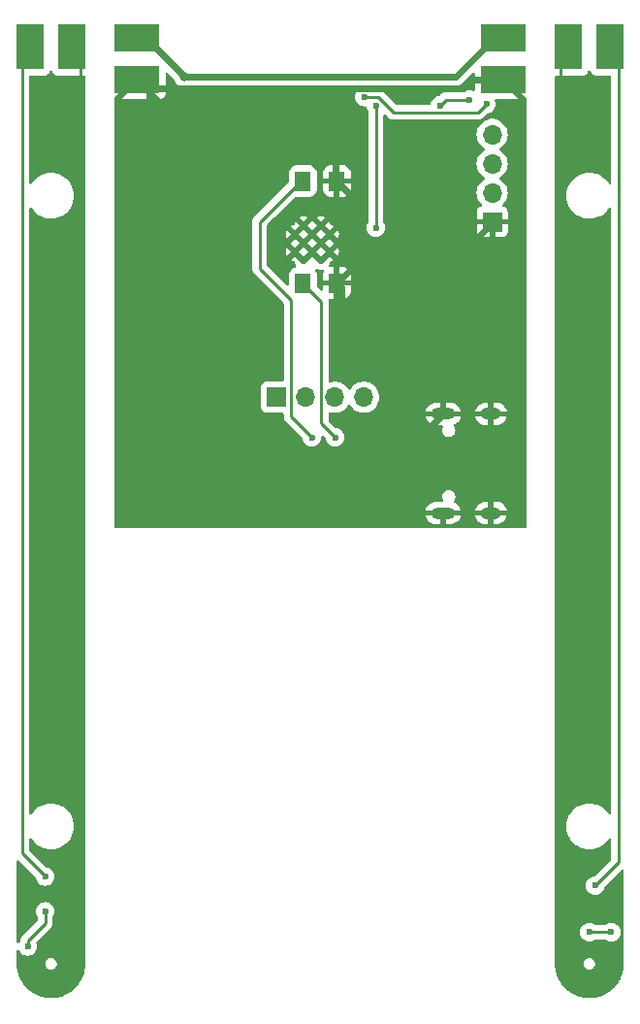
<source format=gbl>
G04 #@! TF.GenerationSoftware,KiCad,Pcbnew,7.0.1-3b83917a11~172~ubuntu22.04.1*
G04 #@! TF.CreationDate,2023-04-17T14:06:39+02:00*
G04 #@! TF.ProjectId,AcousticDetection_HW,41636f75-7374-4696-9344-657465637469,rev?*
G04 #@! TF.SameCoordinates,Original*
G04 #@! TF.FileFunction,Copper,L2,Bot*
G04 #@! TF.FilePolarity,Positive*
%FSLAX46Y46*%
G04 Gerber Fmt 4.6, Leading zero omitted, Abs format (unit mm)*
G04 Created by KiCad (PCBNEW 7.0.1-3b83917a11~172~ubuntu22.04.1) date 2023-04-17 14:06:39*
%MOMM*%
%LPD*%
G01*
G04 APERTURE LIST*
G04 Aperture macros list*
%AMRoundRect*
0 Rectangle with rounded corners*
0 $1 Rounding radius*
0 $2 $3 $4 $5 $6 $7 $8 $9 X,Y pos of 4 corners*
0 Add a 4 corners polygon primitive as box body*
4,1,4,$2,$3,$4,$5,$6,$7,$8,$9,$2,$3,0*
0 Add four circle primitives for the rounded corners*
1,1,$1+$1,$2,$3*
1,1,$1+$1,$4,$5*
1,1,$1+$1,$6,$7*
1,1,$1+$1,$8,$9*
0 Add four rect primitives between the rounded corners*
20,1,$1+$1,$2,$3,$4,$5,0*
20,1,$1+$1,$4,$5,$6,$7,0*
20,1,$1+$1,$6,$7,$8,$9,0*
20,1,$1+$1,$8,$9,$2,$3,0*%
G04 Aperture macros list end*
G04 #@! TA.AperFunction,ComponentPad*
%ADD10O,2.100000X1.000000*%
G04 #@! TD*
G04 #@! TA.AperFunction,ComponentPad*
%ADD11O,1.800000X1.000000*%
G04 #@! TD*
G04 #@! TA.AperFunction,ComponentPad*
%ADD12R,1.700000X1.700000*%
G04 #@! TD*
G04 #@! TA.AperFunction,ComponentPad*
%ADD13O,1.700000X1.700000*%
G04 #@! TD*
G04 #@! TA.AperFunction,HeatsinkPad*
%ADD14C,0.600000*%
G04 #@! TD*
G04 #@! TA.AperFunction,SMDPad,CuDef*
%ADD15R,2.400000X4.000000*%
G04 #@! TD*
G04 #@! TA.AperFunction,SMDPad,CuDef*
%ADD16R,4.000000X2.400000*%
G04 #@! TD*
G04 #@! TA.AperFunction,SMDPad,CuDef*
%ADD17RoundRect,0.250001X0.462499X0.624999X-0.462499X0.624999X-0.462499X-0.624999X0.462499X-0.624999X0*%
G04 #@! TD*
G04 #@! TA.AperFunction,ViaPad*
%ADD18C,0.800000*%
G04 #@! TD*
G04 #@! TA.AperFunction,ViaPad*
%ADD19C,0.600000*%
G04 #@! TD*
G04 #@! TA.AperFunction,Conductor*
%ADD20C,0.600000*%
G04 #@! TD*
G04 #@! TA.AperFunction,Conductor*
%ADD21C,0.250000*%
G04 #@! TD*
G04 APERTURE END LIST*
D10*
X163501500Y-97032000D03*
D11*
X167681500Y-97032000D03*
D10*
X163501500Y-88392000D03*
D11*
X167681500Y-88392000D03*
D12*
X167788000Y-71632000D03*
D13*
X167788000Y-69092000D03*
X167788000Y-66552000D03*
X167788000Y-64012000D03*
D14*
X150556500Y-72723500D03*
X150556500Y-74248500D03*
X151319000Y-71961000D03*
X151319000Y-73486000D03*
X151319000Y-75011000D03*
X152081500Y-72723500D03*
X152081500Y-74248500D03*
X152844000Y-71961000D03*
X152844000Y-73486000D03*
X152844000Y-75011000D03*
X153606500Y-72723500D03*
X153606500Y-74248500D03*
D12*
X148961500Y-86928000D03*
D13*
X151501500Y-86928000D03*
X154041500Y-86928000D03*
X156581500Y-86928000D03*
D15*
X127468000Y-56360000D03*
X131068000Y-56360000D03*
D16*
X136761500Y-55596000D03*
X136761500Y-59196000D03*
D17*
X154226500Y-76966000D03*
X151251500Y-76966000D03*
D16*
X168761500Y-55596000D03*
X168761500Y-59196000D03*
D17*
X154226500Y-68076000D03*
X151251500Y-68076000D03*
D15*
X178068000Y-56360000D03*
X174468000Y-56360000D03*
D18*
X140356000Y-74680000D03*
X146960000Y-88904000D03*
X159289569Y-90428500D03*
X154580000Y-80776000D03*
X137816000Y-63504000D03*
X140897500Y-58932000D03*
D19*
X176276000Y-133604000D03*
X178191500Y-133604000D03*
X156612000Y-60747500D03*
X167280000Y-61355500D03*
X157628000Y-72140000D03*
X157628000Y-61472000D03*
X165756000Y-60964000D03*
X163216000Y-61472000D03*
X174244000Y-129540000D03*
X127228000Y-134844000D03*
X128752000Y-131796000D03*
X128752000Y-128748000D03*
X131292000Y-128494000D03*
X152040000Y-90428000D03*
X154072000Y-90428000D03*
X176784000Y-129540000D03*
D20*
X140356000Y-82300000D02*
X140356000Y-74680000D01*
X154580000Y-59948000D02*
X154072000Y-59948000D01*
X137816000Y-63504000D02*
X137816000Y-60250500D01*
X137816000Y-60250500D02*
X136761500Y-59196000D01*
X166000000Y-59196000D02*
X168761500Y-59196000D01*
X155596000Y-73664000D02*
X155596000Y-75596500D01*
X154072000Y-59948000D02*
X154072000Y-67921500D01*
X165248000Y-59948000D02*
X166000000Y-59196000D01*
X150008000Y-59948000D02*
X137513500Y-59948000D01*
X137513500Y-59948000D02*
X136761500Y-59196000D01*
X161465000Y-90428500D02*
X163501500Y-88392000D01*
X155596000Y-69445500D02*
X155596000Y-73664000D01*
X165756000Y-73664000D02*
X167788000Y-71632000D01*
X154072000Y-67921500D02*
X154226500Y-68076000D01*
X155596000Y-75596500D02*
X154226500Y-76966000D01*
X154072000Y-59948000D02*
X150008000Y-59948000D01*
X146960000Y-88904000D02*
X140356000Y-82300000D01*
X155596000Y-73664000D02*
X165756000Y-73664000D01*
X154580000Y-77319500D02*
X154226500Y-76966000D01*
X154580000Y-80776000D02*
X154580000Y-77319500D01*
X159289569Y-90428500D02*
X161465000Y-90428500D01*
X140356000Y-74680000D02*
X150008000Y-65028000D01*
X165248000Y-59948000D02*
X154580000Y-59948000D01*
X150008000Y-65028000D02*
X150008000Y-59948000D01*
X154226500Y-68076000D02*
X155596000Y-69445500D01*
X137561500Y-55596000D02*
X136761500Y-55596000D01*
X168761500Y-55596000D02*
X167961500Y-55596000D01*
X167961500Y-55596000D02*
X164625500Y-58932000D01*
X140897500Y-58932000D02*
X137561500Y-55596000D01*
X164625500Y-58932000D02*
X140897500Y-58932000D01*
D21*
X178191500Y-133604000D02*
X176276000Y-133604000D01*
X167280000Y-61355500D02*
X166538500Y-62097000D01*
X157802500Y-60747500D02*
X156612000Y-60747500D01*
X159152000Y-62097000D02*
X157802500Y-60747500D01*
X166538500Y-62097000D02*
X159152000Y-62097000D01*
X157628000Y-72140000D02*
X157628000Y-61472000D01*
X165756000Y-60964000D02*
X163724000Y-60964000D01*
X163724000Y-60964000D02*
X163216000Y-61472000D01*
X173736000Y-57092000D02*
X174468000Y-56360000D01*
X173736000Y-129032000D02*
X173736000Y-57092000D01*
X174244000Y-129540000D02*
X173736000Y-129032000D01*
X128244000Y-133320000D02*
X128752000Y-132812000D01*
X126720000Y-57108000D02*
X127468000Y-56360000D01*
X128752000Y-128748000D02*
X126720000Y-126716000D01*
X128752000Y-132812000D02*
X128752000Y-131796000D01*
X126720000Y-126716000D02*
X126720000Y-57108000D01*
X127228000Y-134336000D02*
X128244000Y-133320000D01*
X127228000Y-134844000D02*
X127228000Y-134336000D01*
X131292000Y-128494000D02*
X131800000Y-127986000D01*
X131800000Y-57092000D02*
X131068000Y-56360000D01*
X131800000Y-127986000D02*
X131800000Y-57092000D01*
X150214000Y-78442000D02*
X147468000Y-75696000D01*
X147468000Y-71632000D02*
X151024000Y-68076000D01*
X147468000Y-75696000D02*
X147468000Y-71632000D01*
X151024000Y-68076000D02*
X151251500Y-68076000D01*
X150214000Y-88602000D02*
X150214000Y-78442000D01*
X152040000Y-90428000D02*
X150214000Y-88602000D01*
X152866500Y-78581000D02*
X151251500Y-76966000D01*
X152866500Y-89222500D02*
X152866500Y-78581000D01*
X154072000Y-90428000D02*
X152866500Y-89222500D01*
X178816000Y-127508000D02*
X178816000Y-57108000D01*
X176784000Y-129540000D02*
X178816000Y-127508000D01*
X178816000Y-57108000D02*
X178068000Y-56360000D01*
G04 #@! TA.AperFunction,Conductor*
G36*
X139423818Y-58620822D02*
G01*
X139473181Y-58651072D01*
X140011747Y-59189638D01*
X140041997Y-59238999D01*
X140062974Y-59303559D01*
X140158457Y-59468941D01*
X140158460Y-59468944D01*
X140286247Y-59610866D01*
X140420731Y-59708575D01*
X140440748Y-59723118D01*
X140615214Y-59800795D01*
X140802011Y-59840500D01*
X140802013Y-59840500D01*
X140992987Y-59840500D01*
X140992989Y-59840500D01*
X141179785Y-59800795D01*
X141179786Y-59800794D01*
X141179788Y-59800794D01*
X141291133Y-59751219D01*
X141341568Y-59740500D01*
X156312098Y-59740500D01*
X156378070Y-59759506D01*
X156423818Y-59810698D01*
X156435318Y-59878384D01*
X156409045Y-59941813D01*
X156353052Y-59981541D01*
X156305721Y-59998103D01*
X156258984Y-60014457D01*
X156104717Y-60111390D01*
X155975890Y-60240217D01*
X155878957Y-60394484D01*
X155818782Y-60566455D01*
X155798383Y-60747499D01*
X155818782Y-60928544D01*
X155818782Y-60928546D01*
X155818783Y-60928547D01*
X155878957Y-61100515D01*
X155975889Y-61254781D01*
X156104719Y-61383611D01*
X156258985Y-61480543D01*
X156430953Y-61540717D01*
X156551651Y-61554316D01*
X156611999Y-61561116D01*
X156611999Y-61561115D01*
X156612000Y-61561116D01*
X156698541Y-61551365D01*
X156762010Y-61560931D01*
X156812194Y-61600949D01*
X156827792Y-61640691D01*
X156830169Y-61639860D01*
X156894957Y-61825015D01*
X156975494Y-61953188D01*
X156994500Y-62019160D01*
X156994500Y-71592840D01*
X156975494Y-71658812D01*
X156894957Y-71786984D01*
X156834782Y-71958955D01*
X156814383Y-72140000D01*
X156834782Y-72321044D01*
X156834782Y-72321046D01*
X156834783Y-72321047D01*
X156894957Y-72493015D01*
X156991889Y-72647281D01*
X157120719Y-72776111D01*
X157274985Y-72873043D01*
X157446953Y-72933217D01*
X157628000Y-72953616D01*
X157809047Y-72933217D01*
X157981015Y-72873043D01*
X158135281Y-72776111D01*
X158264111Y-72647281D01*
X158361043Y-72493015D01*
X158421217Y-72321047D01*
X158441616Y-72140000D01*
X158421217Y-71958953D01*
X158394290Y-71882000D01*
X166438000Y-71882000D01*
X166438000Y-72529824D01*
X166444402Y-72589375D01*
X166494647Y-72724089D01*
X166580811Y-72839188D01*
X166695910Y-72925352D01*
X166830624Y-72975597D01*
X166890176Y-72982000D01*
X167538000Y-72982000D01*
X167538000Y-71882000D01*
X168038000Y-71882000D01*
X168038000Y-72982000D01*
X168685824Y-72982000D01*
X168745375Y-72975597D01*
X168880089Y-72925352D01*
X168995188Y-72839188D01*
X169081352Y-72724089D01*
X169131597Y-72589375D01*
X169138000Y-72529824D01*
X169138000Y-71882000D01*
X168038000Y-71882000D01*
X167538000Y-71882000D01*
X166438000Y-71882000D01*
X158394290Y-71882000D01*
X158361043Y-71786985D01*
X158280505Y-71658810D01*
X158261500Y-71592840D01*
X158261500Y-69091999D01*
X166424843Y-69091999D01*
X166443435Y-69316363D01*
X166443435Y-69316366D01*
X166443436Y-69316368D01*
X166485171Y-69481177D01*
X166498705Y-69534618D01*
X166589138Y-69740788D01*
X166712279Y-69929269D01*
X166863706Y-70093761D01*
X166892480Y-70146514D01*
X166893073Y-70206601D01*
X166865346Y-70259912D01*
X166815811Y-70293927D01*
X166695911Y-70338647D01*
X166580811Y-70424811D01*
X166494647Y-70539910D01*
X166444402Y-70674624D01*
X166438000Y-70734176D01*
X166438000Y-71382000D01*
X169138000Y-71382000D01*
X169138000Y-70734176D01*
X169131597Y-70674624D01*
X169081352Y-70539910D01*
X168995188Y-70424811D01*
X168880089Y-70338647D01*
X168760188Y-70293927D01*
X168710653Y-70259912D01*
X168682926Y-70206601D01*
X168683519Y-70146514D01*
X168712291Y-70093763D01*
X168863722Y-69929268D01*
X168986860Y-69740791D01*
X169077296Y-69534616D01*
X169132564Y-69316368D01*
X169151156Y-69092000D01*
X169132564Y-68867632D01*
X169077296Y-68649384D01*
X168986860Y-68443209D01*
X168863722Y-68254732D01*
X168711240Y-68089094D01*
X168533576Y-67950811D01*
X168497067Y-67931053D01*
X168449563Y-67885474D01*
X168432086Y-67822000D01*
X168449563Y-67758526D01*
X168497067Y-67712946D01*
X168533576Y-67693189D01*
X168711240Y-67554906D01*
X168863722Y-67389268D01*
X168986860Y-67200791D01*
X169077296Y-66994616D01*
X169132564Y-66776368D01*
X169151156Y-66552000D01*
X169132564Y-66327632D01*
X169077296Y-66109384D01*
X168986860Y-65903209D01*
X168863722Y-65714732D01*
X168711240Y-65549094D01*
X168533576Y-65410811D01*
X168533575Y-65410810D01*
X168497067Y-65391053D01*
X168449562Y-65345471D01*
X168432086Y-65281997D01*
X168449564Y-65218523D01*
X168497067Y-65172946D01*
X168533576Y-65153189D01*
X168711240Y-65014906D01*
X168863722Y-64849268D01*
X168986860Y-64660791D01*
X169077296Y-64454616D01*
X169132564Y-64236368D01*
X169151156Y-64012000D01*
X169132564Y-63787632D01*
X169077296Y-63569384D01*
X168986860Y-63363209D01*
X168863722Y-63174732D01*
X168711240Y-63009094D01*
X168533576Y-62870811D01*
X168335574Y-62763658D01*
X168335573Y-62763657D01*
X168335572Y-62763657D01*
X168122636Y-62690556D01*
X167900569Y-62653500D01*
X167675431Y-62653500D01*
X167453363Y-62690556D01*
X167240427Y-62763657D01*
X167042424Y-62870811D01*
X166864760Y-63009094D01*
X166712279Y-63174730D01*
X166589138Y-63363211D01*
X166498705Y-63569381D01*
X166443435Y-63787636D01*
X166424843Y-64012000D01*
X166443435Y-64236363D01*
X166498705Y-64454618D01*
X166589138Y-64660788D01*
X166589140Y-64660791D01*
X166712278Y-64849268D01*
X166864760Y-65014906D01*
X167042424Y-65153189D01*
X167078930Y-65172945D01*
X167126435Y-65218524D01*
X167143913Y-65281997D01*
X167126437Y-65345471D01*
X167078933Y-65391052D01*
X167042427Y-65410809D01*
X166864760Y-65549094D01*
X166712279Y-65714730D01*
X166589138Y-65903211D01*
X166498705Y-66109381D01*
X166443435Y-66327636D01*
X166424843Y-66552000D01*
X166443435Y-66776363D01*
X166443435Y-66776366D01*
X166443436Y-66776368D01*
X166495675Y-66982655D01*
X166498705Y-66994618D01*
X166589138Y-67200788D01*
X166589140Y-67200791D01*
X166712278Y-67389268D01*
X166864760Y-67554906D01*
X167042424Y-67693189D01*
X167042426Y-67693190D01*
X167078931Y-67712946D01*
X167126436Y-67758527D01*
X167143913Y-67822000D01*
X167126436Y-67885473D01*
X167078931Y-67931054D01*
X167042426Y-67950809D01*
X166864760Y-68089094D01*
X166712279Y-68254730D01*
X166589138Y-68443211D01*
X166498705Y-68649381D01*
X166443435Y-68867636D01*
X166424843Y-69091999D01*
X158261500Y-69091999D01*
X158261500Y-62401766D01*
X158275015Y-62345471D01*
X158312615Y-62301448D01*
X158366102Y-62279293D01*
X158423818Y-62283835D01*
X158473181Y-62314085D01*
X158644910Y-62485814D01*
X158657959Y-62502101D01*
X158659999Y-62504016D01*
X158660000Y-62504018D01*
X158709701Y-62550690D01*
X158712434Y-62553338D01*
X158732230Y-62573134D01*
X158735493Y-62575665D01*
X158744369Y-62583245D01*
X158776679Y-62613586D01*
X158794572Y-62623422D01*
X158810831Y-62634103D01*
X158826959Y-62646613D01*
X158867625Y-62664210D01*
X158878106Y-62669346D01*
X158884082Y-62672631D01*
X158916940Y-62690695D01*
X158936710Y-62695771D01*
X158955115Y-62702071D01*
X158973855Y-62710181D01*
X159017630Y-62717113D01*
X159029041Y-62719477D01*
X159071970Y-62730500D01*
X159092384Y-62730500D01*
X159111783Y-62732027D01*
X159131943Y-62735220D01*
X159176056Y-62731050D01*
X159187726Y-62730500D01*
X166454867Y-62730500D01*
X166475608Y-62732789D01*
X166478405Y-62732701D01*
X166478409Y-62732702D01*
X166546517Y-62730560D01*
X166550413Y-62730500D01*
X166578354Y-62730500D01*
X166578356Y-62730500D01*
X166582456Y-62729981D01*
X166594106Y-62729064D01*
X166638389Y-62727673D01*
X166657998Y-62721975D01*
X166677031Y-62718033D01*
X166697297Y-62715474D01*
X166738506Y-62699157D01*
X166749537Y-62695380D01*
X166792093Y-62683018D01*
X166809660Y-62672628D01*
X166827132Y-62664068D01*
X166846117Y-62656552D01*
X166881975Y-62630498D01*
X166891723Y-62624096D01*
X166929862Y-62601542D01*
X166944300Y-62587103D01*
X166959088Y-62574472D01*
X166975607Y-62562472D01*
X167003859Y-62528319D01*
X167011703Y-62519699D01*
X167342057Y-62189345D01*
X167375934Y-62165309D01*
X167415853Y-62153809D01*
X167461047Y-62148717D01*
X167633015Y-62088543D01*
X167787281Y-61991611D01*
X167916111Y-61862781D01*
X168013043Y-61708515D01*
X168073217Y-61536547D01*
X168093616Y-61355500D01*
X168093377Y-61353383D01*
X168073217Y-61174455D01*
X168073217Y-61174453D01*
X168033501Y-61060953D01*
X168027762Y-61002666D01*
X168049415Y-60948245D01*
X168093630Y-60909833D01*
X168150544Y-60896000D01*
X170107947Y-60896000D01*
X170107947Y-60895999D01*
X168495628Y-59283680D01*
X168463534Y-59228092D01*
X168463534Y-59163905D01*
X168495628Y-59108318D01*
X168673819Y-58930128D01*
X168729407Y-58898034D01*
X168793594Y-58898034D01*
X168849181Y-58930128D01*
X170731181Y-60812128D01*
X170758061Y-60852356D01*
X170767500Y-60899809D01*
X170767500Y-98228800D01*
X170750887Y-98290800D01*
X170705500Y-98336187D01*
X170643500Y-98352800D01*
X134892500Y-98352800D01*
X134830500Y-98336187D01*
X134785113Y-98290800D01*
X134768500Y-98228800D01*
X134768500Y-97282000D01*
X161978134Y-97282000D01*
X161978432Y-97283948D01*
X162049064Y-97474663D01*
X162156645Y-97647263D01*
X162296766Y-97794669D01*
X162463694Y-97910855D01*
X162650592Y-97991059D01*
X162849811Y-98032000D01*
X163251500Y-98032000D01*
X163251500Y-97282000D01*
X163751500Y-97282000D01*
X163751500Y-98032000D01*
X164102210Y-98032000D01*
X164253839Y-98016580D01*
X164447889Y-97955696D01*
X164625714Y-97856996D01*
X164780031Y-97724520D01*
X164904521Y-97563692D01*
X164994089Y-97381094D01*
X165019746Y-97282000D01*
X166308134Y-97282000D01*
X166308432Y-97283948D01*
X166379064Y-97474663D01*
X166486645Y-97647263D01*
X166626766Y-97794669D01*
X166793694Y-97910855D01*
X166980592Y-97991059D01*
X167179811Y-98032000D01*
X167431500Y-98032000D01*
X167431500Y-97282000D01*
X167931500Y-97282000D01*
X167931500Y-98032000D01*
X168132210Y-98032000D01*
X168283839Y-98016580D01*
X168477889Y-97955696D01*
X168655714Y-97856996D01*
X168810031Y-97724520D01*
X168934521Y-97563692D01*
X169024089Y-97381094D01*
X169049746Y-97282000D01*
X167931500Y-97282000D01*
X167431500Y-97282000D01*
X166308134Y-97282000D01*
X165019746Y-97282000D01*
X163751500Y-97282000D01*
X163251500Y-97282000D01*
X161978134Y-97282000D01*
X134768500Y-97282000D01*
X134768500Y-96782000D01*
X161983253Y-96782000D01*
X165024866Y-96782000D01*
X166313253Y-96782000D01*
X167431500Y-96782000D01*
X167431500Y-96032000D01*
X167931500Y-96032000D01*
X167931500Y-96782000D01*
X169054866Y-96782000D01*
X169054567Y-96780051D01*
X168983935Y-96589336D01*
X168876354Y-96416736D01*
X168736233Y-96269330D01*
X168569305Y-96153144D01*
X168382407Y-96072940D01*
X168183189Y-96032000D01*
X167931500Y-96032000D01*
X167431500Y-96032000D01*
X167230790Y-96032000D01*
X167079160Y-96047419D01*
X166885110Y-96108303D01*
X166707285Y-96207003D01*
X166552968Y-96339479D01*
X166428478Y-96500307D01*
X166338910Y-96682905D01*
X166313253Y-96781999D01*
X166313253Y-96782000D01*
X165024866Y-96782000D01*
X165024567Y-96780051D01*
X164953935Y-96589336D01*
X164846354Y-96416736D01*
X164706233Y-96269330D01*
X164539305Y-96153144D01*
X164508855Y-96140077D01*
X164463754Y-96106995D01*
X164437779Y-96057459D01*
X164436215Y-96001548D01*
X164459379Y-95950641D01*
X164504198Y-95892233D01*
X164562187Y-95752236D01*
X164581966Y-95602000D01*
X164562187Y-95451764D01*
X164504198Y-95311767D01*
X164411951Y-95191549D01*
X164291733Y-95099302D01*
X164291731Y-95099301D01*
X164151735Y-95041312D01*
X164039221Y-95026500D01*
X164039220Y-95026500D01*
X163963780Y-95026500D01*
X163963779Y-95026500D01*
X163851264Y-95041312D01*
X163711268Y-95099301D01*
X163591049Y-95191549D01*
X163498801Y-95311768D01*
X163440812Y-95451764D01*
X163421033Y-95601999D01*
X163440812Y-95752235D01*
X163485677Y-95860547D01*
X163494519Y-95920154D01*
X163474218Y-95976891D01*
X163429569Y-96017358D01*
X163371116Y-96032000D01*
X162900790Y-96032000D01*
X162749160Y-96047419D01*
X162555110Y-96108303D01*
X162377285Y-96207003D01*
X162222968Y-96339479D01*
X162098478Y-96500307D01*
X162008910Y-96682905D01*
X161983253Y-96781999D01*
X161983253Y-96782000D01*
X134768500Y-96782000D01*
X134768500Y-71611941D01*
X146829780Y-71611941D01*
X146833950Y-71656057D01*
X146834500Y-71667726D01*
X146834500Y-75612367D01*
X146832210Y-75633108D01*
X146834439Y-75704017D01*
X146834500Y-75707913D01*
X146834500Y-75735855D01*
X146835018Y-75739956D01*
X146835934Y-75751597D01*
X146837326Y-75795888D01*
X146843022Y-75815492D01*
X146846967Y-75834544D01*
X146849525Y-75854798D01*
X146865838Y-75896001D01*
X146869621Y-75907049D01*
X146881982Y-75949593D01*
X146892374Y-75967166D01*
X146900931Y-75984633D01*
X146908448Y-76003618D01*
X146934491Y-76039463D01*
X146940905Y-76049227D01*
X146963458Y-76087362D01*
X146977890Y-76101794D01*
X146990526Y-76116589D01*
X147002526Y-76133105D01*
X147036667Y-76161349D01*
X147045308Y-76169212D01*
X149544181Y-78668085D01*
X149571061Y-78708313D01*
X149580500Y-78755766D01*
X149580500Y-85445500D01*
X149563887Y-85507500D01*
X149518500Y-85552887D01*
X149456500Y-85569500D01*
X148062862Y-85569500D01*
X148035945Y-85572393D01*
X148002294Y-85576011D01*
X147865296Y-85627110D01*
X147748238Y-85714738D01*
X147660610Y-85831796D01*
X147609511Y-85968794D01*
X147603000Y-86029366D01*
X147603000Y-87826634D01*
X147609511Y-87887205D01*
X147660610Y-88024203D01*
X147748238Y-88141261D01*
X147865296Y-88228889D01*
X148002294Y-88279988D01*
X148002297Y-88279988D01*
X148002299Y-88279989D01*
X148062862Y-88286500D01*
X149456500Y-88286500D01*
X149518500Y-88303113D01*
X149563887Y-88348500D01*
X149580500Y-88410500D01*
X149580500Y-88518367D01*
X149578210Y-88539108D01*
X149580439Y-88610017D01*
X149580500Y-88613913D01*
X149580500Y-88641855D01*
X149581018Y-88645956D01*
X149581934Y-88657597D01*
X149583326Y-88701888D01*
X149589022Y-88721492D01*
X149592967Y-88740544D01*
X149595525Y-88760798D01*
X149611838Y-88802001D01*
X149615621Y-88813049D01*
X149627982Y-88855593D01*
X149638374Y-88873166D01*
X149646931Y-88890633D01*
X149654448Y-88909618D01*
X149680491Y-88945463D01*
X149686905Y-88955227D01*
X149709458Y-88993362D01*
X149723890Y-89007794D01*
X149736526Y-89022589D01*
X149748526Y-89039105D01*
X149782667Y-89067349D01*
X149791308Y-89075212D01*
X151206151Y-90490056D01*
X151230190Y-90523935D01*
X151241690Y-90563852D01*
X151246782Y-90609044D01*
X151246782Y-90609046D01*
X151246783Y-90609047D01*
X151306957Y-90781015D01*
X151403889Y-90935281D01*
X151532719Y-91064111D01*
X151686985Y-91161043D01*
X151858953Y-91221217D01*
X151979650Y-91234816D01*
X152039999Y-91241616D01*
X152039999Y-91241615D01*
X152040000Y-91241616D01*
X152221047Y-91221217D01*
X152393015Y-91161043D01*
X152547281Y-91064111D01*
X152676111Y-90935281D01*
X152773043Y-90781015D01*
X152833217Y-90609047D01*
X152853616Y-90428000D01*
X152853615Y-90427999D01*
X152852345Y-90416715D01*
X152860479Y-90356667D01*
X152896096Y-90307643D01*
X152950692Y-90281351D01*
X153011227Y-90284070D01*
X153063246Y-90315150D01*
X153238151Y-90490055D01*
X153262190Y-90523934D01*
X153273690Y-90563852D01*
X153278782Y-90609043D01*
X153278782Y-90609045D01*
X153278783Y-90609047D01*
X153338957Y-90781015D01*
X153435889Y-90935281D01*
X153564719Y-91064111D01*
X153718985Y-91161043D01*
X153890953Y-91221217D01*
X154011650Y-91234816D01*
X154071999Y-91241616D01*
X154071999Y-91241615D01*
X154072000Y-91241616D01*
X154253047Y-91221217D01*
X154425015Y-91161043D01*
X154579281Y-91064111D01*
X154708111Y-90935281D01*
X154805043Y-90781015D01*
X154865217Y-90609047D01*
X154885616Y-90428000D01*
X154865217Y-90246953D01*
X154805043Y-90074985D01*
X154708111Y-89920719D01*
X154579281Y-89791889D01*
X154425015Y-89694957D01*
X154253047Y-89634783D01*
X154253046Y-89634782D01*
X154253044Y-89634782D01*
X154207852Y-89629690D01*
X154167935Y-89618190D01*
X154134056Y-89594151D01*
X153536319Y-88996414D01*
X153509439Y-88956186D01*
X153500000Y-88908733D01*
X153500000Y-88642000D01*
X161978134Y-88642000D01*
X161978432Y-88643948D01*
X162049064Y-88834663D01*
X162156645Y-89007263D01*
X162296766Y-89154669D01*
X162463694Y-89270855D01*
X162650592Y-89351059D01*
X162849811Y-89392000D01*
X163371116Y-89392000D01*
X163429569Y-89406642D01*
X163474218Y-89447109D01*
X163494519Y-89503846D01*
X163485677Y-89563453D01*
X163440812Y-89671764D01*
X163421033Y-89821999D01*
X163440812Y-89972235D01*
X163483373Y-90074984D01*
X163498802Y-90112233D01*
X163591049Y-90232451D01*
X163711267Y-90324698D01*
X163788447Y-90356667D01*
X163851264Y-90382687D01*
X163963779Y-90397500D01*
X163963780Y-90397500D01*
X164039220Y-90397500D01*
X164039221Y-90397500D01*
X164095478Y-90390093D01*
X164151736Y-90382687D01*
X164291733Y-90324698D01*
X164411951Y-90232451D01*
X164504198Y-90112233D01*
X164562187Y-89972236D01*
X164581966Y-89822000D01*
X164562187Y-89671764D01*
X164504198Y-89531767D01*
X164495782Y-89520799D01*
X164458661Y-89472421D01*
X164436158Y-89424582D01*
X164435628Y-89371717D01*
X164457167Y-89323436D01*
X164496860Y-89288516D01*
X164625714Y-89216996D01*
X164780031Y-89084520D01*
X164904521Y-88923692D01*
X164994089Y-88741094D01*
X165019746Y-88642000D01*
X166308134Y-88642000D01*
X166308432Y-88643948D01*
X166379064Y-88834663D01*
X166486645Y-89007263D01*
X166626766Y-89154669D01*
X166793694Y-89270855D01*
X166980592Y-89351059D01*
X167179811Y-89392000D01*
X167431500Y-89392000D01*
X167431500Y-88642000D01*
X167931500Y-88642000D01*
X167931500Y-89392000D01*
X168132210Y-89392000D01*
X168283839Y-89376580D01*
X168477889Y-89315696D01*
X168655714Y-89216996D01*
X168810031Y-89084520D01*
X168934521Y-88923692D01*
X169024089Y-88741094D01*
X169049746Y-88642000D01*
X167931500Y-88642000D01*
X167431500Y-88642000D01*
X166308134Y-88642000D01*
X165019746Y-88642000D01*
X161978134Y-88642000D01*
X153500000Y-88642000D01*
X153500000Y-88352100D01*
X153513749Y-88295349D01*
X153551947Y-88251183D01*
X153606123Y-88229395D01*
X153664263Y-88234819D01*
X153685690Y-88242174D01*
X153706865Y-88249444D01*
X153928931Y-88286500D01*
X154154069Y-88286500D01*
X154376135Y-88249444D01*
X154589074Y-88176342D01*
X154787076Y-88069189D01*
X154964740Y-87930906D01*
X155117222Y-87765268D01*
X155207690Y-87626795D01*
X155252482Y-87585561D01*
X155311500Y-87570616D01*
X155370518Y-87585561D01*
X155415309Y-87626795D01*
X155505778Y-87765268D01*
X155658260Y-87930906D01*
X155835924Y-88069189D01*
X156033926Y-88176342D01*
X156246865Y-88249444D01*
X156468931Y-88286500D01*
X156694069Y-88286500D01*
X156916135Y-88249444D01*
X157129074Y-88176342D01*
X157192533Y-88142000D01*
X161983253Y-88142000D01*
X163251500Y-88142000D01*
X163251500Y-87392000D01*
X163751500Y-87392000D01*
X163751500Y-88142000D01*
X165024866Y-88142000D01*
X166313253Y-88142000D01*
X167431500Y-88142000D01*
X167431500Y-87392000D01*
X167931500Y-87392000D01*
X167931500Y-88142000D01*
X169054866Y-88142000D01*
X169054567Y-88140051D01*
X168983935Y-87949336D01*
X168876354Y-87776736D01*
X168736233Y-87629330D01*
X168569305Y-87513144D01*
X168382407Y-87432940D01*
X168183189Y-87392000D01*
X167931500Y-87392000D01*
X167431500Y-87392000D01*
X167230790Y-87392000D01*
X167079160Y-87407419D01*
X166885110Y-87468303D01*
X166707285Y-87567003D01*
X166552968Y-87699479D01*
X166428478Y-87860307D01*
X166338910Y-88042905D01*
X166313253Y-88141999D01*
X166313253Y-88142000D01*
X165024866Y-88142000D01*
X165024567Y-88140051D01*
X164953935Y-87949336D01*
X164846354Y-87776736D01*
X164706233Y-87629330D01*
X164539305Y-87513144D01*
X164352407Y-87432940D01*
X164153189Y-87392000D01*
X163751500Y-87392000D01*
X163251500Y-87392000D01*
X162900790Y-87392000D01*
X162749160Y-87407419D01*
X162555110Y-87468303D01*
X162377285Y-87567003D01*
X162222968Y-87699479D01*
X162098478Y-87860307D01*
X162008910Y-88042905D01*
X161983253Y-88141999D01*
X161983253Y-88142000D01*
X157192533Y-88142000D01*
X157327076Y-88069189D01*
X157504740Y-87930906D01*
X157657222Y-87765268D01*
X157780360Y-87576791D01*
X157870796Y-87370616D01*
X157926064Y-87152368D01*
X157944656Y-86928000D01*
X157926064Y-86703632D01*
X157870796Y-86485384D01*
X157780360Y-86279209D01*
X157657222Y-86090732D01*
X157504740Y-85925094D01*
X157327076Y-85786811D01*
X157129074Y-85679658D01*
X157129073Y-85679657D01*
X157129072Y-85679657D01*
X156916136Y-85606556D01*
X156694069Y-85569500D01*
X156468931Y-85569500D01*
X156246863Y-85606556D01*
X156033927Y-85679657D01*
X155835924Y-85786811D01*
X155658260Y-85925094D01*
X155505779Y-86090730D01*
X155415309Y-86229205D01*
X155370517Y-86270438D01*
X155311500Y-86285383D01*
X155252483Y-86270438D01*
X155207691Y-86229205D01*
X155187543Y-86198367D01*
X155117222Y-86090732D01*
X154964740Y-85925094D01*
X154787076Y-85786811D01*
X154589074Y-85679658D01*
X154589073Y-85679657D01*
X154589072Y-85679657D01*
X154376136Y-85606556D01*
X154154069Y-85569500D01*
X153928931Y-85569500D01*
X153706863Y-85606556D01*
X153664263Y-85621181D01*
X153606123Y-85626605D01*
X153551947Y-85604817D01*
X153513749Y-85560651D01*
X153500000Y-85503900D01*
X153500000Y-78664633D01*
X153502289Y-78643890D01*
X153502201Y-78641094D01*
X153502202Y-78641091D01*
X153500060Y-78572968D01*
X153500000Y-78569074D01*
X153500000Y-78541147D01*
X153500000Y-78541144D01*
X153499482Y-78537047D01*
X153498565Y-78525398D01*
X153496682Y-78465452D01*
X153498946Y-78465380D01*
X153497610Y-78430566D01*
X153523741Y-78376537D01*
X153572183Y-78341108D01*
X153631590Y-78332578D01*
X153714023Y-78341000D01*
X153976500Y-78341000D01*
X153976500Y-77216000D01*
X154476500Y-77216000D01*
X154476500Y-78341000D01*
X154738978Y-78341000D01*
X154841695Y-78330506D01*
X155008121Y-78275357D01*
X155157344Y-78183316D01*
X155281316Y-78059344D01*
X155373357Y-77910121D01*
X155428506Y-77743695D01*
X155439000Y-77640978D01*
X155439000Y-77216000D01*
X154476500Y-77216000D01*
X153976500Y-77216000D01*
X153014000Y-77216000D01*
X153014000Y-77533234D01*
X153000485Y-77589529D01*
X152962885Y-77633552D01*
X152909398Y-77655707D01*
X152851682Y-77651165D01*
X152802320Y-77620915D01*
X152508819Y-77327414D01*
X152481939Y-77287186D01*
X152472500Y-77239733D01*
X152472500Y-76290457D01*
X152472500Y-76290456D01*
X152461887Y-76186575D01*
X152406115Y-76018262D01*
X152343563Y-75916850D01*
X152325329Y-75859272D01*
X152336459Y-75799910D01*
X152374311Y-75752846D01*
X152429907Y-75729248D01*
X152490055Y-75734711D01*
X152664859Y-75795877D01*
X152843999Y-75816062D01*
X152980500Y-75800682D01*
X153047953Y-75812070D01*
X153099102Y-75857493D01*
X153118382Y-75923128D01*
X153099923Y-75988998D01*
X153079642Y-76021878D01*
X153024493Y-76188304D01*
X153014000Y-76291022D01*
X153014000Y-76716000D01*
X153976500Y-76716000D01*
X153976500Y-75591000D01*
X154476500Y-75591000D01*
X154476500Y-76716000D01*
X155439000Y-76716000D01*
X155439000Y-76291022D01*
X155428506Y-76188304D01*
X155373357Y-76021878D01*
X155281316Y-75872655D01*
X155157344Y-75748683D01*
X155008121Y-75656642D01*
X154841695Y-75601493D01*
X154738978Y-75591000D01*
X154476500Y-75591000D01*
X153976500Y-75591000D01*
X153714020Y-75591000D01*
X153657297Y-75596794D01*
X153590024Y-75584733D01*
X153539360Y-75538860D01*
X153520696Y-75473113D01*
X153539703Y-75407463D01*
X153569335Y-75360304D01*
X153628876Y-75190144D01*
X153633678Y-75147518D01*
X153651905Y-75095428D01*
X153690928Y-75056405D01*
X153743018Y-75038178D01*
X153785644Y-75033376D01*
X153955803Y-74973835D01*
X153969607Y-74965161D01*
X153969607Y-74965160D01*
X153606500Y-74602053D01*
X152931681Y-75276872D01*
X152876094Y-75308966D01*
X152811906Y-75308966D01*
X152756319Y-75276872D01*
X152081500Y-74602053D01*
X151406681Y-75276872D01*
X151351094Y-75308966D01*
X151286906Y-75308966D01*
X151231319Y-75276872D01*
X150973693Y-75019246D01*
X150556501Y-74602053D01*
X150556500Y-74602053D01*
X150193391Y-74965160D01*
X150207196Y-74973835D01*
X150377355Y-75033376D01*
X150419980Y-75038178D01*
X150472069Y-75056404D01*
X150511092Y-75095425D01*
X150529319Y-75147514D01*
X150534122Y-75190140D01*
X150593664Y-75360303D01*
X150637637Y-75430286D01*
X150655920Y-75482887D01*
X150649340Y-75538184D01*
X150619225Y-75585025D01*
X150571647Y-75613964D01*
X150466264Y-75648884D01*
X150315346Y-75741971D01*
X150189971Y-75867346D01*
X150096884Y-76018264D01*
X150041113Y-76186573D01*
X150030500Y-76290457D01*
X150030500Y-77063233D01*
X150016985Y-77119528D01*
X149979385Y-77163551D01*
X149925898Y-77185706D01*
X149868182Y-77181164D01*
X149818819Y-77150914D01*
X148137819Y-75469914D01*
X148110939Y-75429686D01*
X148101500Y-75382233D01*
X148101500Y-74248499D01*
X149751437Y-74248499D01*
X149771622Y-74427640D01*
X149831165Y-74597804D01*
X149839838Y-74611608D01*
X150202947Y-74248501D01*
X150202947Y-74248500D01*
X150910053Y-74248500D01*
X151319000Y-74657447D01*
X151727947Y-74248500D01*
X152435053Y-74248500D01*
X152844000Y-74657447D01*
X153252946Y-74248501D01*
X153960053Y-74248501D01*
X154323160Y-74611607D01*
X154323161Y-74611607D01*
X154331835Y-74597803D01*
X154391377Y-74427640D01*
X154411562Y-74248499D01*
X154391377Y-74069359D01*
X154331835Y-73899196D01*
X154323160Y-73885391D01*
X153960053Y-74248500D01*
X153960053Y-74248501D01*
X153252946Y-74248501D01*
X153252947Y-74248500D01*
X152844000Y-73839553D01*
X152435053Y-74248500D01*
X151727947Y-74248500D01*
X151319000Y-73839553D01*
X150910053Y-74248500D01*
X150202947Y-74248500D01*
X149839838Y-73885390D01*
X149839838Y-73885391D01*
X149831164Y-73899196D01*
X149771622Y-74069359D01*
X149751437Y-74248499D01*
X148101500Y-74248499D01*
X148101500Y-73531838D01*
X150193390Y-73531838D01*
X150556499Y-73894947D01*
X150965447Y-73486000D01*
X151672553Y-73486000D01*
X152081500Y-73894947D01*
X152490447Y-73486000D01*
X153197553Y-73486000D01*
X153606500Y-73894947D01*
X153606501Y-73894947D01*
X153969608Y-73531838D01*
X153966008Y-73499884D01*
X153966007Y-73472119D01*
X153969607Y-73440160D01*
X153606500Y-73077053D01*
X153197553Y-73486000D01*
X152490447Y-73486000D01*
X152081500Y-73077053D01*
X151672553Y-73486000D01*
X150965447Y-73486000D01*
X150556501Y-73077053D01*
X150556500Y-73077053D01*
X150193390Y-73440161D01*
X150196991Y-73472123D01*
X150196991Y-73499892D01*
X150193390Y-73531838D01*
X148101500Y-73531838D01*
X148101500Y-72723500D01*
X149751437Y-72723500D01*
X149771622Y-72902640D01*
X149831165Y-73072804D01*
X149839838Y-73086608D01*
X150202947Y-72723501D01*
X150202947Y-72723500D01*
X150910053Y-72723500D01*
X151319000Y-73132447D01*
X151727947Y-72723500D01*
X152435053Y-72723500D01*
X152844000Y-73132447D01*
X153252946Y-72723501D01*
X153960053Y-72723501D01*
X154323160Y-73086607D01*
X154323161Y-73086607D01*
X154331835Y-73072803D01*
X154391377Y-72902640D01*
X154411562Y-72723500D01*
X154391377Y-72544359D01*
X154331835Y-72374196D01*
X154323160Y-72360391D01*
X153960053Y-72723500D01*
X153960053Y-72723501D01*
X153252946Y-72723501D01*
X153252947Y-72723500D01*
X152844000Y-72314553D01*
X152435053Y-72723500D01*
X151727947Y-72723500D01*
X151319000Y-72314553D01*
X150910053Y-72723500D01*
X150202947Y-72723500D01*
X149839838Y-72360390D01*
X149839838Y-72360391D01*
X149831164Y-72374196D01*
X149771622Y-72544359D01*
X149751437Y-72723500D01*
X148101500Y-72723500D01*
X148101500Y-72006838D01*
X150193390Y-72006838D01*
X150556499Y-72369947D01*
X150965446Y-71961001D01*
X151672553Y-71961001D01*
X152081499Y-72369947D01*
X152490447Y-71960999D01*
X153197552Y-71960999D01*
X153606500Y-72369947D01*
X153606501Y-72369947D01*
X153969608Y-72006838D01*
X153955804Y-71998165D01*
X153785640Y-71938622D01*
X153743014Y-71933819D01*
X153690925Y-71915592D01*
X153651904Y-71876569D01*
X153633678Y-71824480D01*
X153628876Y-71781855D01*
X153569335Y-71611696D01*
X153560660Y-71597891D01*
X153197552Y-71960999D01*
X152490447Y-71960999D01*
X152127338Y-71597890D01*
X152095392Y-71601491D01*
X152067623Y-71601491D01*
X152035661Y-71597890D01*
X151672553Y-71961000D01*
X151672553Y-71961001D01*
X150965446Y-71961001D01*
X150965447Y-71961000D01*
X150602338Y-71597890D01*
X150602338Y-71597891D01*
X150593664Y-71611696D01*
X150534122Y-71781859D01*
X150529319Y-71824485D01*
X150511092Y-71876572D01*
X150472072Y-71915592D01*
X150419985Y-71933819D01*
X150377359Y-71938622D01*
X150207196Y-71998164D01*
X150193391Y-72006838D01*
X150193390Y-72006838D01*
X148101500Y-72006838D01*
X148101500Y-71945766D01*
X148110939Y-71898313D01*
X148137819Y-71858085D01*
X148721341Y-71274563D01*
X148751566Y-71244338D01*
X150955890Y-71244338D01*
X151319000Y-71607447D01*
X151319001Y-71607447D01*
X151682108Y-71244338D01*
X152480890Y-71244338D01*
X152844000Y-71607447D01*
X152844001Y-71607447D01*
X153207108Y-71244338D01*
X153193304Y-71235665D01*
X153023140Y-71176122D01*
X152844000Y-71155937D01*
X152664859Y-71176122D01*
X152494696Y-71235664D01*
X152480891Y-71244338D01*
X152480890Y-71244338D01*
X151682108Y-71244338D01*
X151668304Y-71235665D01*
X151498140Y-71176122D01*
X151319000Y-71155937D01*
X151139859Y-71176122D01*
X150969696Y-71235664D01*
X150955891Y-71244338D01*
X150955890Y-71244338D01*
X148751566Y-71244338D01*
X150514727Y-69481175D01*
X150573812Y-69448200D01*
X150620784Y-69450251D01*
X150621065Y-69447507D01*
X150704288Y-69456009D01*
X150738456Y-69459500D01*
X151764543Y-69459500D01*
X151764544Y-69459500D01*
X151868425Y-69448887D01*
X152036738Y-69393115D01*
X152187651Y-69300030D01*
X152313030Y-69174651D01*
X152406115Y-69023738D01*
X152461887Y-68855425D01*
X152472500Y-68751544D01*
X152472500Y-68326000D01*
X153014000Y-68326000D01*
X153014000Y-68750978D01*
X153024493Y-68853695D01*
X153079642Y-69020121D01*
X153171683Y-69169344D01*
X153295655Y-69293316D01*
X153444878Y-69385357D01*
X153611304Y-69440506D01*
X153714022Y-69451000D01*
X153976500Y-69451000D01*
X153976500Y-68326000D01*
X154476500Y-68326000D01*
X154476500Y-69451000D01*
X154738978Y-69451000D01*
X154841695Y-69440506D01*
X155008121Y-69385357D01*
X155157344Y-69293316D01*
X155281316Y-69169344D01*
X155373357Y-69020121D01*
X155428506Y-68853695D01*
X155439000Y-68750978D01*
X155439000Y-68326000D01*
X154476500Y-68326000D01*
X153976500Y-68326000D01*
X153014000Y-68326000D01*
X152472500Y-68326000D01*
X152472500Y-67826000D01*
X153014000Y-67826000D01*
X153976500Y-67826000D01*
X153976500Y-66701000D01*
X154476500Y-66701000D01*
X154476500Y-67826000D01*
X155439000Y-67826000D01*
X155439000Y-67401022D01*
X155428506Y-67298304D01*
X155373357Y-67131878D01*
X155281316Y-66982655D01*
X155157344Y-66858683D01*
X155008121Y-66766642D01*
X154841695Y-66711493D01*
X154738978Y-66701000D01*
X154476500Y-66701000D01*
X153976500Y-66701000D01*
X153714022Y-66701000D01*
X153611304Y-66711493D01*
X153444878Y-66766642D01*
X153295655Y-66858683D01*
X153171683Y-66982655D01*
X153079642Y-67131878D01*
X153024493Y-67298304D01*
X153014000Y-67401022D01*
X153014000Y-67826000D01*
X152472500Y-67826000D01*
X152472500Y-67400456D01*
X152461887Y-67296575D01*
X152406115Y-67128262D01*
X152313030Y-66977349D01*
X152313029Y-66977348D01*
X152313028Y-66977346D01*
X152187653Y-66851971D01*
X152155128Y-66831909D01*
X152036738Y-66758885D01*
X152036735Y-66758884D01*
X151868426Y-66703113D01*
X151816484Y-66697806D01*
X151764544Y-66692500D01*
X150738456Y-66692500D01*
X150703829Y-66696037D01*
X150634573Y-66703113D01*
X150466264Y-66758884D01*
X150315346Y-66851971D01*
X150189971Y-66977346D01*
X150096884Y-67128264D01*
X150041113Y-67296573D01*
X150030500Y-67400457D01*
X150030500Y-68122233D01*
X150021061Y-68169686D01*
X149994181Y-68209914D01*
X147079180Y-71124913D01*
X147062896Y-71137961D01*
X147014339Y-71189668D01*
X147011633Y-71192461D01*
X146991861Y-71212233D01*
X146989321Y-71215508D01*
X146981752Y-71224369D01*
X146951414Y-71256677D01*
X146941582Y-71274563D01*
X146930901Y-71290823D01*
X146918385Y-71306959D01*
X146900786Y-71347628D01*
X146895648Y-71358117D01*
X146874303Y-71396943D01*
X146869226Y-71416718D01*
X146862925Y-71435123D01*
X146854818Y-71453856D01*
X146847888Y-71497610D01*
X146845520Y-71509046D01*
X146834500Y-71551970D01*
X146834500Y-71572384D01*
X146832973Y-71591783D01*
X146829780Y-71611941D01*
X134768500Y-71611941D01*
X134768500Y-60895999D01*
X135415052Y-60895999D01*
X135415053Y-60896000D01*
X138107947Y-60896000D01*
X138107947Y-60895999D01*
X136761500Y-59549553D01*
X135415052Y-60895999D01*
X134768500Y-60895999D01*
X134768500Y-60886809D01*
X134777939Y-60839356D01*
X134804819Y-60799128D01*
X136673819Y-58930128D01*
X136729406Y-58898034D01*
X136793594Y-58898034D01*
X136849181Y-58930128D01*
X138814496Y-60895443D01*
X138868875Y-60889597D01*
X139003589Y-60839352D01*
X139118688Y-60753188D01*
X139204852Y-60638089D01*
X139255097Y-60503375D01*
X139261500Y-60443824D01*
X139261500Y-58738753D01*
X139275015Y-58682458D01*
X139312615Y-58638435D01*
X139366102Y-58616280D01*
X139423818Y-58620822D01*
G37*
G04 #@! TD.AperFunction*
G04 #@! TA.AperFunction,Conductor*
G36*
X166210385Y-58638435D02*
G01*
X166247985Y-58682458D01*
X166261500Y-58738753D01*
X166261500Y-60109552D01*
X166247667Y-60166466D01*
X166209255Y-60210681D01*
X166154834Y-60232334D01*
X166096546Y-60226594D01*
X165937044Y-60170782D01*
X165756000Y-60150383D01*
X165574955Y-60170782D01*
X165402984Y-60230957D01*
X165342720Y-60268824D01*
X165274810Y-60311494D01*
X165208840Y-60330500D01*
X163807628Y-60330500D01*
X163786892Y-60328211D01*
X163784091Y-60328299D01*
X163716001Y-60330439D01*
X163712106Y-60330500D01*
X163684144Y-60330500D01*
X163680032Y-60331019D01*
X163668401Y-60331934D01*
X163624110Y-60333326D01*
X163604507Y-60339022D01*
X163585456Y-60342967D01*
X163565203Y-60345525D01*
X163524008Y-60361835D01*
X163512962Y-60365616D01*
X163470405Y-60377981D01*
X163452827Y-60388376D01*
X163435360Y-60396933D01*
X163416384Y-60404446D01*
X163380544Y-60430485D01*
X163370786Y-60436895D01*
X163332637Y-60459457D01*
X163318196Y-60473898D01*
X163303409Y-60486527D01*
X163286892Y-60498528D01*
X163258652Y-60532663D01*
X163250792Y-60541301D01*
X163153942Y-60638151D01*
X163120063Y-60662190D01*
X163080146Y-60673690D01*
X163034955Y-60678782D01*
X162862984Y-60738957D01*
X162708717Y-60835890D01*
X162579890Y-60964717D01*
X162482957Y-61118984D01*
X162422782Y-61290955D01*
X162415749Y-61353383D01*
X162394983Y-61409351D01*
X162350471Y-61449130D01*
X162292529Y-61463500D01*
X159465767Y-61463500D01*
X159418314Y-61454061D01*
X159378086Y-61427181D01*
X158309588Y-60358683D01*
X158296544Y-60342401D01*
X158244848Y-60293856D01*
X158242051Y-60291145D01*
X158222273Y-60271367D01*
X158218995Y-60268824D01*
X158210122Y-60261245D01*
X158177821Y-60230914D01*
X158159933Y-60221080D01*
X158143669Y-60210396D01*
X158127540Y-60197885D01*
X158086877Y-60180289D01*
X158076383Y-60175148D01*
X158037562Y-60153805D01*
X158024232Y-60150383D01*
X158017784Y-60148727D01*
X157999379Y-60142426D01*
X157980645Y-60134319D01*
X157980643Y-60134318D01*
X157980642Y-60134318D01*
X157936883Y-60127387D01*
X157925443Y-60125018D01*
X157882531Y-60114000D01*
X157882530Y-60114000D01*
X157862116Y-60114000D01*
X157842717Y-60112473D01*
X157822558Y-60109280D01*
X157822557Y-60109280D01*
X157800236Y-60111390D01*
X157778443Y-60113450D01*
X157766774Y-60114000D01*
X157159160Y-60114000D01*
X157093189Y-60094994D01*
X156965015Y-60014457D01*
X156870947Y-59981541D01*
X156814955Y-59941813D01*
X156788682Y-59878384D01*
X156800182Y-59810698D01*
X156845930Y-59759506D01*
X156911902Y-59740500D01*
X164716597Y-59740500D01*
X164754359Y-59731880D01*
X164768048Y-59729553D01*
X164806547Y-59725217D01*
X164843124Y-59712417D01*
X164856442Y-59708581D01*
X164894220Y-59699959D01*
X164929115Y-59683153D01*
X164941949Y-59677836D01*
X164978515Y-59665043D01*
X165011317Y-59644430D01*
X165023461Y-59637719D01*
X165058370Y-59620909D01*
X165088653Y-59596757D01*
X165099978Y-59588721D01*
X165132781Y-59568111D01*
X165261611Y-59439281D01*
X165261611Y-59439280D01*
X166049819Y-58651072D01*
X166099182Y-58620822D01*
X166156898Y-58616280D01*
X166210385Y-58638435D01*
G37*
G04 #@! TD.AperFunction*
G04 #@! TA.AperFunction,Conductor*
G36*
X129355067Y-58456547D02*
G01*
X129388717Y-58505757D01*
X129424647Y-58602088D01*
X129510811Y-58717188D01*
X129625910Y-58803352D01*
X129760624Y-58853597D01*
X129820176Y-58860000D01*
X132143500Y-58860000D01*
X132205500Y-58876613D01*
X132250887Y-58922000D01*
X132267500Y-58984000D01*
X132267500Y-136356519D01*
X132267305Y-136363472D01*
X132254034Y-136599769D01*
X132254019Y-136600026D01*
X132248732Y-136690805D01*
X132247190Y-136704366D01*
X132215109Y-136893178D01*
X132214977Y-136893939D01*
X132191222Y-137028662D01*
X132188260Y-137041457D01*
X132137791Y-137216640D01*
X132137427Y-137217877D01*
X132095556Y-137357733D01*
X132091327Y-137369622D01*
X132023045Y-137534469D01*
X132022343Y-137536129D01*
X131963006Y-137673689D01*
X131957675Y-137684557D01*
X131872396Y-137838857D01*
X131871255Y-137840876D01*
X131795292Y-137972448D01*
X131789034Y-137982203D01*
X131687818Y-138124853D01*
X131686153Y-138127145D01*
X131594617Y-138250100D01*
X131587613Y-138258680D01*
X131471662Y-138388430D01*
X131469396Y-138390897D01*
X131363617Y-138503015D01*
X131356050Y-138510380D01*
X131226786Y-138625898D01*
X131223865Y-138628429D01*
X131105296Y-138727920D01*
X131097345Y-138734060D01*
X130956328Y-138834117D01*
X130952711Y-138836588D01*
X130823044Y-138921870D01*
X130814888Y-138926796D01*
X130663868Y-139010263D01*
X130659537Y-139012547D01*
X130520545Y-139082351D01*
X130512346Y-139086101D01*
X130353149Y-139152042D01*
X130348108Y-139154003D01*
X130201770Y-139207267D01*
X130193686Y-139209899D01*
X130028242Y-139257562D01*
X130022511Y-139259066D01*
X129870840Y-139295012D01*
X129863015Y-139296602D01*
X129693414Y-139325419D01*
X129687038Y-139326333D01*
X129532100Y-139344442D01*
X129524659Y-139345085D01*
X129356540Y-139354527D01*
X129352955Y-139354729D01*
X129346003Y-139354924D01*
X129189997Y-139354924D01*
X129183044Y-139354729D01*
X129179174Y-139354511D01*
X129011339Y-139345085D01*
X129003898Y-139344442D01*
X128848960Y-139326333D01*
X128842584Y-139325419D01*
X128672983Y-139296602D01*
X128665158Y-139295012D01*
X128513487Y-139259066D01*
X128507756Y-139257562D01*
X128342312Y-139209899D01*
X128334228Y-139207267D01*
X128187890Y-139154003D01*
X128182849Y-139152042D01*
X128023652Y-139086101D01*
X128015453Y-139082351D01*
X127876461Y-139012547D01*
X127872130Y-139010263D01*
X127721110Y-138926796D01*
X127712954Y-138921870D01*
X127583287Y-138836588D01*
X127579670Y-138834117D01*
X127438653Y-138734060D01*
X127430702Y-138727920D01*
X127312133Y-138628429D01*
X127309212Y-138625898D01*
X127179948Y-138510380D01*
X127172381Y-138503015D01*
X127125770Y-138453610D01*
X127066575Y-138390868D01*
X127064363Y-138388460D01*
X126948385Y-138258680D01*
X126941381Y-138250100D01*
X126849845Y-138127145D01*
X126848180Y-138124853D01*
X126746964Y-137982203D01*
X126740712Y-137972458D01*
X126664731Y-137840856D01*
X126663602Y-137838857D01*
X126578317Y-137684546D01*
X126572998Y-137673701D01*
X126513640Y-137536094D01*
X126512953Y-137534469D01*
X126444671Y-137369622D01*
X126440442Y-137357733D01*
X126398571Y-137217877D01*
X126398258Y-137216814D01*
X126347734Y-137041443D01*
X126344779Y-137028674D01*
X126320984Y-136893728D01*
X126320937Y-136893458D01*
X126288805Y-136704345D01*
X126287268Y-136690823D01*
X126281965Y-136599769D01*
X126272541Y-136431961D01*
X128767500Y-136431961D01*
X128808047Y-136570053D01*
X128885661Y-136690823D01*
X128885858Y-136691129D01*
X128994625Y-136785376D01*
X129125542Y-136845165D01*
X129232201Y-136860500D01*
X129303799Y-136860500D01*
X129410457Y-136845165D01*
X129410457Y-136845164D01*
X129541373Y-136785377D01*
X129650143Y-136691128D01*
X129727953Y-136570053D01*
X129768500Y-136431961D01*
X129768500Y-136288039D01*
X129727953Y-136149947D01*
X129650143Y-136028872D01*
X129650141Y-136028870D01*
X129541374Y-135934623D01*
X129410457Y-135874834D01*
X129303799Y-135859500D01*
X129232201Y-135859500D01*
X129125542Y-135874834D01*
X128994625Y-135934623D01*
X128885858Y-136028870D01*
X128885856Y-136028872D01*
X128885857Y-136028872D01*
X128808047Y-136149947D01*
X128767500Y-136288039D01*
X128767500Y-136431961D01*
X126272541Y-136431961D01*
X126268695Y-136363472D01*
X126268500Y-136356519D01*
X126268500Y-135267024D01*
X126284652Y-135205829D01*
X126328900Y-135160576D01*
X126389717Y-135143055D01*
X126451259Y-135157830D01*
X126497493Y-135201051D01*
X126591889Y-135351281D01*
X126720719Y-135480111D01*
X126874985Y-135577043D01*
X127046953Y-135637217D01*
X127228000Y-135657616D01*
X127409047Y-135637217D01*
X127581015Y-135577043D01*
X127735281Y-135480111D01*
X127864111Y-135351281D01*
X127961043Y-135197015D01*
X128021217Y-135025047D01*
X128041616Y-134844000D01*
X128021217Y-134662953D01*
X127988816Y-134570358D01*
X127984967Y-134501814D01*
X128018175Y-134441727D01*
X128720135Y-133739770D01*
X128720136Y-133739767D01*
X128730925Y-133728979D01*
X128730928Y-133728975D01*
X129140816Y-133319086D01*
X129157097Y-133306044D01*
X129159014Y-133304002D01*
X129159018Y-133304000D01*
X129205706Y-133254279D01*
X129208323Y-133251579D01*
X129228134Y-133231770D01*
X129230672Y-133228497D01*
X129238241Y-133219634D01*
X129268586Y-133187321D01*
X129278422Y-133169427D01*
X129289102Y-133153168D01*
X129301613Y-133137041D01*
X129319211Y-133096372D01*
X129324341Y-133085900D01*
X129345695Y-133047060D01*
X129350772Y-133027282D01*
X129357074Y-133008878D01*
X129365181Y-132990145D01*
X129372112Y-132946375D01*
X129374475Y-132934966D01*
X129385500Y-132892030D01*
X129385500Y-132871609D01*
X129387027Y-132852210D01*
X129390219Y-132832057D01*
X129386050Y-132787951D01*
X129385500Y-132776282D01*
X129385500Y-132343160D01*
X129404506Y-132277188D01*
X129485043Y-132149015D01*
X129545217Y-131977047D01*
X129565616Y-131796000D01*
X129545217Y-131614953D01*
X129485043Y-131442985D01*
X129388111Y-131288719D01*
X129259281Y-131159889D01*
X129105015Y-131062957D01*
X128933047Y-131002783D01*
X128933046Y-131002782D01*
X128933044Y-131002782D01*
X128752000Y-130982383D01*
X128570955Y-131002782D01*
X128398984Y-131062957D01*
X128244717Y-131159890D01*
X128115890Y-131288717D01*
X128018957Y-131442984D01*
X127958782Y-131614955D01*
X127938383Y-131795999D01*
X127958782Y-131977044D01*
X128018957Y-132149015D01*
X128099494Y-132277188D01*
X128118500Y-132343160D01*
X128118500Y-132498233D01*
X128109061Y-132545686D01*
X128082181Y-132585914D01*
X127767861Y-132900234D01*
X126839182Y-133828912D01*
X126822901Y-133841955D01*
X126774338Y-133893669D01*
X126771632Y-133896462D01*
X126751861Y-133916233D01*
X126749321Y-133919508D01*
X126741752Y-133928369D01*
X126711414Y-133960677D01*
X126701582Y-133978563D01*
X126690901Y-133994823D01*
X126678385Y-134010959D01*
X126660786Y-134051628D01*
X126655648Y-134062117D01*
X126634303Y-134100943D01*
X126629226Y-134120718D01*
X126622925Y-134139123D01*
X126614818Y-134157856D01*
X126607888Y-134201610D01*
X126605520Y-134213046D01*
X126594500Y-134255970D01*
X126594500Y-134276385D01*
X126592973Y-134295786D01*
X126588641Y-134323132D01*
X126571163Y-134369702D01*
X126497493Y-134486948D01*
X126451261Y-134530169D01*
X126389719Y-134544945D01*
X126328901Y-134527424D01*
X126284652Y-134482171D01*
X126268500Y-134420976D01*
X126268500Y-127459766D01*
X126282015Y-127403471D01*
X126319615Y-127359448D01*
X126373102Y-127337293D01*
X126430818Y-127341835D01*
X126480180Y-127372084D01*
X127219984Y-128111889D01*
X127918151Y-128810056D01*
X127942190Y-128843935D01*
X127953690Y-128883852D01*
X127958782Y-128929044D01*
X127958782Y-128929046D01*
X127958783Y-128929047D01*
X128018957Y-129101015D01*
X128115889Y-129255281D01*
X128244719Y-129384111D01*
X128398985Y-129481043D01*
X128570953Y-129541217D01*
X128752000Y-129561616D01*
X128933047Y-129541217D01*
X129105015Y-129481043D01*
X129259281Y-129384111D01*
X129388111Y-129255281D01*
X129485043Y-129101015D01*
X129545217Y-128929047D01*
X129565616Y-128748000D01*
X129545217Y-128566953D01*
X129485043Y-128394985D01*
X129388111Y-128240719D01*
X129259281Y-128111889D01*
X129105015Y-128014957D01*
X128933047Y-127954783D01*
X128933046Y-127954782D01*
X128933044Y-127954782D01*
X128887852Y-127949690D01*
X128847935Y-127938190D01*
X128814056Y-127914151D01*
X127389819Y-126489914D01*
X127362939Y-126449686D01*
X127353500Y-126402233D01*
X127353500Y-125513273D01*
X127368668Y-125453846D01*
X127410460Y-125408958D01*
X127468654Y-125389589D01*
X127529011Y-125400479D01*
X127576767Y-125438962D01*
X127580773Y-125444313D01*
X127580774Y-125444315D01*
X127752261Y-125673395D01*
X127954605Y-125875739D01*
X128126414Y-126004354D01*
X128183686Y-126047227D01*
X128323435Y-126123535D01*
X128434839Y-126184367D01*
X128702954Y-126284369D01*
X128702957Y-126284369D01*
X128702958Y-126284370D01*
X128755217Y-126295738D01*
X128982572Y-126345196D01*
X129268000Y-126365610D01*
X129553428Y-126345196D01*
X129833046Y-126284369D01*
X130101161Y-126184367D01*
X130352315Y-126047226D01*
X130581395Y-125875739D01*
X130783739Y-125673395D01*
X130955226Y-125444315D01*
X131092367Y-125193161D01*
X131192369Y-124925046D01*
X131253196Y-124645428D01*
X131273610Y-124360000D01*
X131253196Y-124074572D01*
X131192369Y-123794954D01*
X131092367Y-123526839D01*
X130985109Y-123330411D01*
X130955227Y-123275686D01*
X130903605Y-123206727D01*
X130783739Y-123046605D01*
X130581395Y-122844261D01*
X130466855Y-122758517D01*
X130352313Y-122672772D01*
X130101163Y-122535634D01*
X130101162Y-122535633D01*
X130101161Y-122535633D01*
X129926123Y-122470347D01*
X129833041Y-122435629D01*
X129553429Y-122374804D01*
X129268000Y-122354389D01*
X128982570Y-122374804D01*
X128702958Y-122435629D01*
X128434836Y-122535634D01*
X128183686Y-122672772D01*
X127954602Y-122844263D01*
X127752263Y-123046602D01*
X127576767Y-123281038D01*
X127529011Y-123319521D01*
X127468654Y-123330411D01*
X127410460Y-123311042D01*
X127368668Y-123266154D01*
X127353500Y-123206727D01*
X127353500Y-70513273D01*
X127368668Y-70453846D01*
X127410460Y-70408958D01*
X127468654Y-70389589D01*
X127529011Y-70400479D01*
X127576767Y-70438962D01*
X127580773Y-70444313D01*
X127580774Y-70444315D01*
X127752261Y-70673395D01*
X127954605Y-70875739D01*
X128126415Y-71004354D01*
X128183686Y-71047227D01*
X128323435Y-71123535D01*
X128434839Y-71184367D01*
X128702954Y-71284369D01*
X128702957Y-71284369D01*
X128702958Y-71284370D01*
X128755217Y-71295738D01*
X128982572Y-71345196D01*
X129246012Y-71364037D01*
X129267999Y-71365610D01*
X129267999Y-71365609D01*
X129268000Y-71365610D01*
X129553428Y-71345196D01*
X129833046Y-71284369D01*
X130101161Y-71184367D01*
X130352315Y-71047226D01*
X130581395Y-70875739D01*
X130783739Y-70673395D01*
X130955226Y-70444315D01*
X131092367Y-70193161D01*
X131192369Y-69925046D01*
X131253196Y-69645428D01*
X131273610Y-69360000D01*
X131253196Y-69074572D01*
X131192369Y-68794954D01*
X131092367Y-68526839D01*
X130985109Y-68330411D01*
X130955227Y-68275686D01*
X130903605Y-68206727D01*
X130783739Y-68046605D01*
X130581395Y-67844261D01*
X130466855Y-67758517D01*
X130352313Y-67672772D01*
X130101163Y-67535634D01*
X130101162Y-67535633D01*
X130101161Y-67535633D01*
X129926123Y-67470347D01*
X129833041Y-67435629D01*
X129553429Y-67374804D01*
X129267999Y-67354389D01*
X128982570Y-67374804D01*
X128702958Y-67435629D01*
X128434836Y-67535634D01*
X128183686Y-67672772D01*
X127954602Y-67844263D01*
X127752263Y-68046602D01*
X127576767Y-68281038D01*
X127529011Y-68319521D01*
X127468654Y-68330411D01*
X127410460Y-68311042D01*
X127368668Y-68266154D01*
X127353500Y-68206727D01*
X127353500Y-58992500D01*
X127370113Y-58930500D01*
X127415500Y-58885113D01*
X127477500Y-58868500D01*
X128716634Y-58868500D01*
X128716638Y-58868500D01*
X128777201Y-58861989D01*
X128777203Y-58861988D01*
X128777205Y-58861988D01*
X128855124Y-58832924D01*
X128914204Y-58810889D01*
X129031261Y-58723261D01*
X129118889Y-58606204D01*
X129156355Y-58505753D01*
X129190002Y-58456547D01*
X129242727Y-58428727D01*
X129302342Y-58428727D01*
X129355067Y-58456547D01*
G37*
G04 #@! TD.AperFunction*
G04 #@! TA.AperFunction,Conductor*
G36*
X176345996Y-58456547D02*
G01*
X176379645Y-58505757D01*
X176417110Y-58606203D01*
X176504738Y-58723261D01*
X176621796Y-58810889D01*
X176758794Y-58861988D01*
X176758797Y-58861988D01*
X176758799Y-58861989D01*
X176819362Y-58868500D01*
X178058500Y-58868500D01*
X178120500Y-58885113D01*
X178165887Y-58930500D01*
X178182500Y-58992500D01*
X178182500Y-68206727D01*
X178167332Y-68266154D01*
X178125540Y-68311042D01*
X178067346Y-68330411D01*
X178006989Y-68319521D01*
X177959233Y-68281038D01*
X177948091Y-68266154D01*
X177783739Y-68046605D01*
X177581395Y-67844261D01*
X177466855Y-67758517D01*
X177352313Y-67672772D01*
X177101163Y-67535634D01*
X177101162Y-67535633D01*
X177101161Y-67535633D01*
X176926123Y-67470347D01*
X176833041Y-67435629D01*
X176553429Y-67374804D01*
X176267999Y-67354389D01*
X175982570Y-67374804D01*
X175702958Y-67435629D01*
X175434836Y-67535634D01*
X175183686Y-67672772D01*
X174954602Y-67844263D01*
X174752263Y-68046602D01*
X174580772Y-68275686D01*
X174443634Y-68526836D01*
X174343629Y-68794958D01*
X174282804Y-69074570D01*
X174262389Y-69359999D01*
X174282804Y-69645429D01*
X174343629Y-69925041D01*
X174443634Y-70193163D01*
X174580772Y-70444313D01*
X174632395Y-70513273D01*
X174752261Y-70673395D01*
X174954605Y-70875739D01*
X175126415Y-71004354D01*
X175183686Y-71047227D01*
X175323435Y-71123535D01*
X175434839Y-71184367D01*
X175702954Y-71284369D01*
X175702957Y-71284369D01*
X175702958Y-71284370D01*
X175755217Y-71295738D01*
X175982572Y-71345196D01*
X176246012Y-71364037D01*
X176267999Y-71365610D01*
X176267999Y-71365609D01*
X176268000Y-71365610D01*
X176553428Y-71345196D01*
X176833046Y-71284369D01*
X177101161Y-71184367D01*
X177352315Y-71047226D01*
X177581395Y-70875739D01*
X177783739Y-70673395D01*
X177955226Y-70444315D01*
X177955226Y-70444313D01*
X177959233Y-70438962D01*
X178006989Y-70400479D01*
X178067346Y-70389589D01*
X178125540Y-70408958D01*
X178167332Y-70453846D01*
X178182500Y-70513273D01*
X178182500Y-123206727D01*
X178167332Y-123266154D01*
X178125540Y-123311042D01*
X178067346Y-123330411D01*
X178006989Y-123319521D01*
X177959233Y-123281038D01*
X177948091Y-123266154D01*
X177783739Y-123046605D01*
X177581395Y-122844261D01*
X177466855Y-122758517D01*
X177352313Y-122672772D01*
X177101163Y-122535634D01*
X177101162Y-122535633D01*
X177101161Y-122535633D01*
X176926123Y-122470347D01*
X176833041Y-122435629D01*
X176553429Y-122374804D01*
X176268000Y-122354389D01*
X175982570Y-122374804D01*
X175702958Y-122435629D01*
X175434836Y-122535634D01*
X175183686Y-122672772D01*
X174954602Y-122844263D01*
X174752263Y-123046602D01*
X174580772Y-123275686D01*
X174443634Y-123526836D01*
X174343629Y-123794958D01*
X174282804Y-124074570D01*
X174262389Y-124359999D01*
X174282804Y-124645429D01*
X174343629Y-124925041D01*
X174443634Y-125193163D01*
X174580772Y-125444313D01*
X174632395Y-125513273D01*
X174752261Y-125673395D01*
X174954605Y-125875739D01*
X175126414Y-126004354D01*
X175183686Y-126047227D01*
X175323435Y-126123535D01*
X175434839Y-126184367D01*
X175702954Y-126284369D01*
X175702957Y-126284369D01*
X175702958Y-126284370D01*
X175755217Y-126295738D01*
X175982572Y-126345196D01*
X176268000Y-126365610D01*
X176553428Y-126345196D01*
X176833046Y-126284369D01*
X177101161Y-126184367D01*
X177352315Y-126047226D01*
X177581395Y-125875739D01*
X177783739Y-125673395D01*
X177955226Y-125444315D01*
X177955226Y-125444313D01*
X177959233Y-125438962D01*
X178006989Y-125400479D01*
X178067346Y-125389589D01*
X178125540Y-125408958D01*
X178167332Y-125453846D01*
X178182500Y-125513273D01*
X178182500Y-127194234D01*
X178173061Y-127241687D01*
X178146181Y-127281915D01*
X176721942Y-128706151D01*
X176688063Y-128730190D01*
X176648146Y-128741690D01*
X176602956Y-128746782D01*
X176602953Y-128746782D01*
X176602953Y-128746783D01*
X176430985Y-128806957D01*
X176430983Y-128806957D01*
X176430983Y-128806958D01*
X176276717Y-128903890D01*
X176147890Y-129032717D01*
X176050957Y-129186984D01*
X175990782Y-129358955D01*
X175970383Y-129539999D01*
X175990782Y-129721044D01*
X175990782Y-129721046D01*
X175990783Y-129721047D01*
X176050957Y-129893015D01*
X176147889Y-130047281D01*
X176276719Y-130176111D01*
X176430985Y-130273043D01*
X176602953Y-130333217D01*
X176784000Y-130353616D01*
X176965047Y-130333217D01*
X177137015Y-130273043D01*
X177291281Y-130176111D01*
X177420111Y-130047281D01*
X177517043Y-129893015D01*
X177577217Y-129721047D01*
X177582309Y-129675852D01*
X177593809Y-129635935D01*
X177617845Y-129602058D01*
X179055818Y-128164085D01*
X179105182Y-128133835D01*
X179162898Y-128129293D01*
X179216385Y-128151448D01*
X179253985Y-128195471D01*
X179267500Y-128251766D01*
X179267500Y-136356519D01*
X179267305Y-136363472D01*
X179254034Y-136599769D01*
X179254019Y-136600026D01*
X179248732Y-136690805D01*
X179247190Y-136704366D01*
X179215109Y-136893178D01*
X179214977Y-136893939D01*
X179191222Y-137028662D01*
X179188260Y-137041457D01*
X179137791Y-137216640D01*
X179137427Y-137217877D01*
X179095556Y-137357733D01*
X179091327Y-137369622D01*
X179023045Y-137534469D01*
X179022343Y-137536129D01*
X178963006Y-137673689D01*
X178957675Y-137684557D01*
X178872396Y-137838857D01*
X178871255Y-137840876D01*
X178795292Y-137972448D01*
X178789034Y-137982203D01*
X178687818Y-138124853D01*
X178686153Y-138127145D01*
X178594617Y-138250100D01*
X178587613Y-138258680D01*
X178471662Y-138388430D01*
X178469396Y-138390897D01*
X178363617Y-138503015D01*
X178356050Y-138510380D01*
X178226786Y-138625898D01*
X178223865Y-138628429D01*
X178105296Y-138727920D01*
X178097345Y-138734060D01*
X177956328Y-138834117D01*
X177952711Y-138836588D01*
X177823044Y-138921870D01*
X177814888Y-138926796D01*
X177663868Y-139010263D01*
X177659537Y-139012547D01*
X177520545Y-139082351D01*
X177512346Y-139086101D01*
X177353149Y-139152042D01*
X177348108Y-139154003D01*
X177201770Y-139207267D01*
X177193686Y-139209899D01*
X177028242Y-139257562D01*
X177022511Y-139259066D01*
X176870840Y-139295012D01*
X176863015Y-139296602D01*
X176693414Y-139325419D01*
X176687038Y-139326333D01*
X176532100Y-139344442D01*
X176524659Y-139345085D01*
X176356540Y-139354527D01*
X176352955Y-139354729D01*
X176346003Y-139354924D01*
X176189997Y-139354924D01*
X176183044Y-139354729D01*
X176179174Y-139354511D01*
X176011339Y-139345085D01*
X176003898Y-139344442D01*
X175848960Y-139326333D01*
X175842584Y-139325419D01*
X175672983Y-139296602D01*
X175665158Y-139295012D01*
X175513487Y-139259066D01*
X175507756Y-139257562D01*
X175342312Y-139209899D01*
X175334228Y-139207267D01*
X175187890Y-139154003D01*
X175182849Y-139152042D01*
X175023652Y-139086101D01*
X175015453Y-139082351D01*
X174876461Y-139012547D01*
X174872130Y-139010263D01*
X174721110Y-138926796D01*
X174712954Y-138921870D01*
X174583287Y-138836588D01*
X174579670Y-138834117D01*
X174438653Y-138734060D01*
X174430702Y-138727920D01*
X174312133Y-138628429D01*
X174309212Y-138625898D01*
X174179948Y-138510380D01*
X174172381Y-138503015D01*
X174125770Y-138453610D01*
X174066575Y-138390868D01*
X174064363Y-138388460D01*
X173948385Y-138258680D01*
X173941381Y-138250100D01*
X173849845Y-138127145D01*
X173848180Y-138124853D01*
X173746964Y-137982203D01*
X173740712Y-137972458D01*
X173664731Y-137840856D01*
X173663602Y-137838857D01*
X173578317Y-137684546D01*
X173572998Y-137673701D01*
X173513640Y-137536094D01*
X173512953Y-137534469D01*
X173444671Y-137369622D01*
X173440442Y-137357733D01*
X173398571Y-137217877D01*
X173398258Y-137216814D01*
X173347734Y-137041443D01*
X173344779Y-137028674D01*
X173320984Y-136893728D01*
X173320937Y-136893458D01*
X173288805Y-136704345D01*
X173287268Y-136690823D01*
X173281965Y-136599769D01*
X173272541Y-136431961D01*
X175767500Y-136431961D01*
X175808047Y-136570053D01*
X175885661Y-136690823D01*
X175885858Y-136691129D01*
X175994625Y-136785376D01*
X176125542Y-136845165D01*
X176232201Y-136860500D01*
X176303799Y-136860500D01*
X176410457Y-136845165D01*
X176410457Y-136845164D01*
X176541373Y-136785377D01*
X176650143Y-136691128D01*
X176727953Y-136570053D01*
X176768500Y-136431961D01*
X176768500Y-136288039D01*
X176727953Y-136149947D01*
X176650143Y-136028872D01*
X176650141Y-136028870D01*
X176541374Y-135934623D01*
X176410457Y-135874834D01*
X176303799Y-135859500D01*
X176232201Y-135859500D01*
X176125542Y-135874834D01*
X175994625Y-135934623D01*
X175885858Y-136028870D01*
X175885856Y-136028872D01*
X175885857Y-136028872D01*
X175808047Y-136149947D01*
X175767500Y-136288039D01*
X175767500Y-136431961D01*
X173272541Y-136431961D01*
X173268695Y-136363472D01*
X173268500Y-136356519D01*
X173268500Y-133603999D01*
X175462383Y-133603999D01*
X175482782Y-133785044D01*
X175482782Y-133785046D01*
X175482783Y-133785047D01*
X175542957Y-133957015D01*
X175639889Y-134111281D01*
X175768719Y-134240111D01*
X175922985Y-134337043D01*
X176094953Y-134397217D01*
X176276000Y-134417616D01*
X176457047Y-134397217D01*
X176629015Y-134337043D01*
X176757189Y-134256505D01*
X176823160Y-134237500D01*
X177644340Y-134237500D01*
X177710310Y-134256505D01*
X177838485Y-134337043D01*
X178010453Y-134397217D01*
X178191500Y-134417616D01*
X178372547Y-134397217D01*
X178544515Y-134337043D01*
X178698781Y-134240111D01*
X178827611Y-134111281D01*
X178924543Y-133957015D01*
X178984717Y-133785047D01*
X179005116Y-133604000D01*
X178984717Y-133422953D01*
X178924543Y-133250985D01*
X178827611Y-133096719D01*
X178698781Y-132967889D01*
X178544515Y-132870957D01*
X178372547Y-132810783D01*
X178372546Y-132810782D01*
X178372544Y-132810782D01*
X178191500Y-132790383D01*
X178010455Y-132810782D01*
X177838484Y-132870957D01*
X177757035Y-132922135D01*
X177710310Y-132951494D01*
X177644340Y-132970500D01*
X176823160Y-132970500D01*
X176757189Y-132951494D01*
X176629015Y-132870957D01*
X176457047Y-132810783D01*
X176457046Y-132810782D01*
X176457044Y-132810782D01*
X176276000Y-132790383D01*
X176094955Y-132810782D01*
X175922984Y-132870957D01*
X175768717Y-132967890D01*
X175639890Y-133096717D01*
X175542957Y-133250984D01*
X175482782Y-133422955D01*
X175462383Y-133603999D01*
X173268500Y-133603999D01*
X173268500Y-58984000D01*
X173285113Y-58922000D01*
X173330500Y-58876613D01*
X173392500Y-58860000D01*
X175715824Y-58860000D01*
X175775375Y-58853597D01*
X175910089Y-58803352D01*
X176025188Y-58717188D01*
X176111352Y-58602088D01*
X176147282Y-58505758D01*
X176180931Y-58456547D01*
X176233656Y-58428727D01*
X176293271Y-58428727D01*
X176345996Y-58456547D01*
G37*
G04 #@! TD.AperFunction*
M02*

</source>
